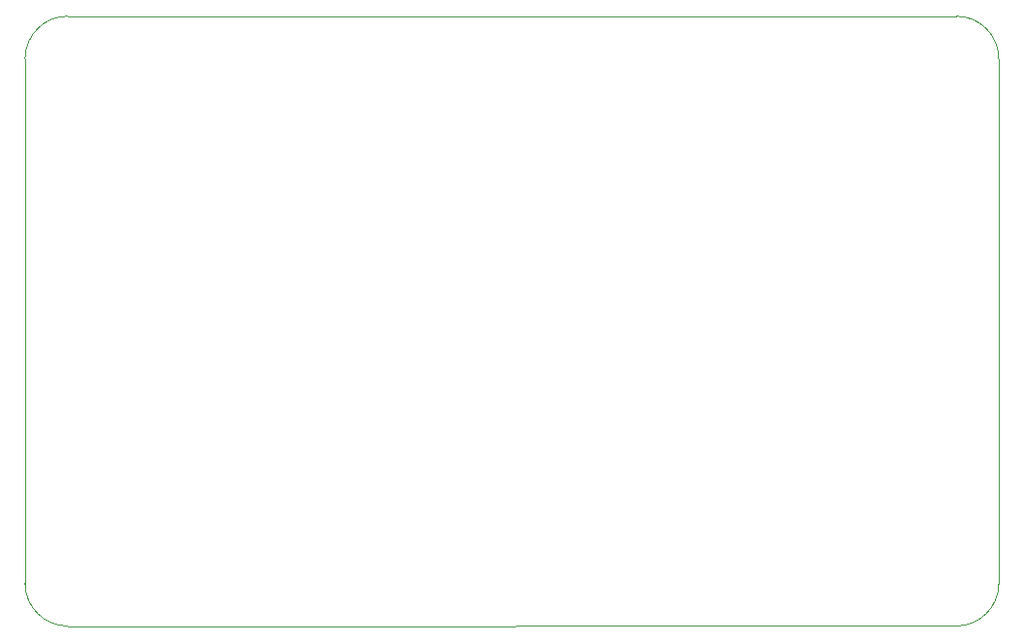
<source format=gbr>
%TF.GenerationSoftware,KiCad,Pcbnew,7.0.1*%
%TF.CreationDate,2023-03-19T17:11:43+00:00*%
%TF.ProjectId,ImogenWren,496d6f67-656e-4577-9265-6e2e6b696361,rev?*%
%TF.SameCoordinates,Original*%
%TF.FileFunction,Profile,NP*%
%FSLAX46Y46*%
G04 Gerber Fmt 4.6, Leading zero omitted, Abs format (unit mm)*
G04 Created by KiCad (PCBNEW 7.0.1) date 2023-03-19 17:11:43*
%MOMM*%
%LPD*%
G01*
G04 APERTURE LIST*
%TA.AperFunction,Profile*%
%ADD10C,0.120000*%
%TD*%
G04 APERTURE END LIST*
D10*
%TO.C,REF\u002A\u002A*%
X193240000Y-121386026D02*
G75*
G03*
X196945000Y-117691040I10000J3694986D01*
G01*
X196944997Y-71801040D02*
G75*
G03*
X193230000Y-68064943I-3714997J21040D01*
G01*
X111850000Y-117670000D02*
G75*
G03*
X115569989Y-121390000I3730003J10003D01*
G01*
X115580000Y-68065002D02*
G75*
G03*
X111849999Y-71790000I-4998J-3725000D01*
G01*
X196944998Y-117691040D02*
X196944998Y-71801040D01*
X115580000Y-68065002D02*
X193230000Y-68065002D01*
X115569989Y-121390000D02*
X193240000Y-121386026D01*
X111850000Y-117670000D02*
X111850000Y-71790000D01*
%TD*%
M02*

</source>
